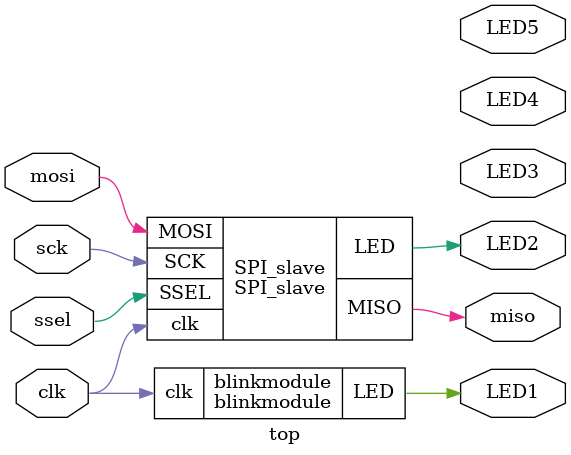
<source format=v>



module blinkmodule (
  input  clk,
  output LED
);
  reg [31:0] counter2 = 0;

  always@(posedge clk) begin
    counter2 <= counter2 + 1;
  end
  assign {LED} = counter2 >> 23;
endmodule


// works!

module SPI_slave(clk, SCK, MOSI, MISO, SSEL, LED);

  input clk;
  input SCK, SSEL, MOSI;  // ssel is slave select
  output MISO;
  output LED;

  // ahhh - this works by storing the last two sck states, and then compare them to
  // to determine if it's rising or falling.

  // sync SCK to the FPGA clock using a 3-bits shift register
  reg [2:0] SCKr;  always @(posedge clk) SCKr <= {SCKr[1:0], SCK};
  wire SCK_risingedge = (SCKr[2:1]==2'b01);  // now we can detect SCK rising edges
  wire SCK_fallingedge = (SCKr[2:1]==2'b10);  // and falling edges

  // same thing for SSEL
  reg [2:0] SSELr;  always @(posedge clk) SSELr <= {SSELr[1:0], SSEL};
  wire SSEL_active = ~SSELr[1];  // SSEL is active low
  wire SSEL_startmessage = (SSELr[2:1]==2'b10);  // message starts at falling edge
  wire SSEL_endmessage = (SSELr[2:1]==2'b01);  // message stops at rising edge

  // and for MOSI
  reg [1:0] MOSIr;  always @(posedge clk) MOSIr <= {MOSIr[0], MOSI};
  wire MOSI_data = MOSIr[1];

/*

  // we handle SPI in 8-bits format, so we need a 3 bits counter to count the bits as they come in
  reg [2:0] bitcnt;

  reg byte_received;  // high when a byte has been received
  reg [7:0] byte_data_received;

  always @(posedge clk)
  begin
    if(~SSEL_active)
      bitcnt <= 3'b000;
    else
    if(SCK_risingedge)
    begin
      bitcnt <= bitcnt + 3'b001;

      // implement a shift-left register (since we receive the data MSB first)
      byte_data_received <= {byte_data_received[6:0], MOSI_data};
    end
  end

  always @(posedge clk) byte_received <= SSEL_active && SCK_risingedge && (bitcnt==3'b111);

  // we use the LSB of the data received to control an LED
  reg LED;
  always @(posedge clk) if(byte_received) LED <= byte_data_received[0];
*/


  reg [23:0] byte_data_sent;

//  reg [7:0] cnt;
//  always @(posedge clk) if(SSEL_startmessage) cnt<=cnt+8'h1;  // count the messages

// if we did 32 bit, then we could send back a current clock

  always @(posedge clk)
  if(SSEL_active)
  begin
    if(SSEL_startmessage)
      // byte_data_sent <= cnt;  // first byte sent in a message is the message count
      byte_data_sent <= { 8'hee, 8'hdd, 8'hcc };  // first byte sent in a message is the message count
    else
    if(SCK_fallingedge)
    begin
//      if(bitcnt==3'b000)
//        byte_data_sent <= 8'h00;  // after that, we send 0s
//      else
        byte_data_sent <= {byte_data_sent[22:0], 1'b0};
    end
  end

  assign MISO = byte_data_sent[23];  // send MSB first
  // we assume that there is only one slave on the SPI bus
  // so we don't bother with a tri-state buffer for MISO
  // otherwise we would need to tri-state MISO when SSEL is inactive


endmodule



module top (
  input  clk,

  output LED1,
  output LED2,
  output LED3,
  output LED4,
  output LED5,

  input sck,
  input mosi,
  output miso,
  input ssel
);

  blinkmodule #()
  blinkmodule
    (
    .clk(clk),
    .LED(LED1)
  );


  SPI_slave #()
  SPI_slave
    (
    .clk(clk),
    .SCK(sck),
    .MOSI(mosi),
    .MISO(miso),
    .SSEL(ssel),
    .LED(LED2)
  );


  // SPI_slave(clk, SCK, MOSI, MISO, SSEL, LED);

endmodule



</source>
